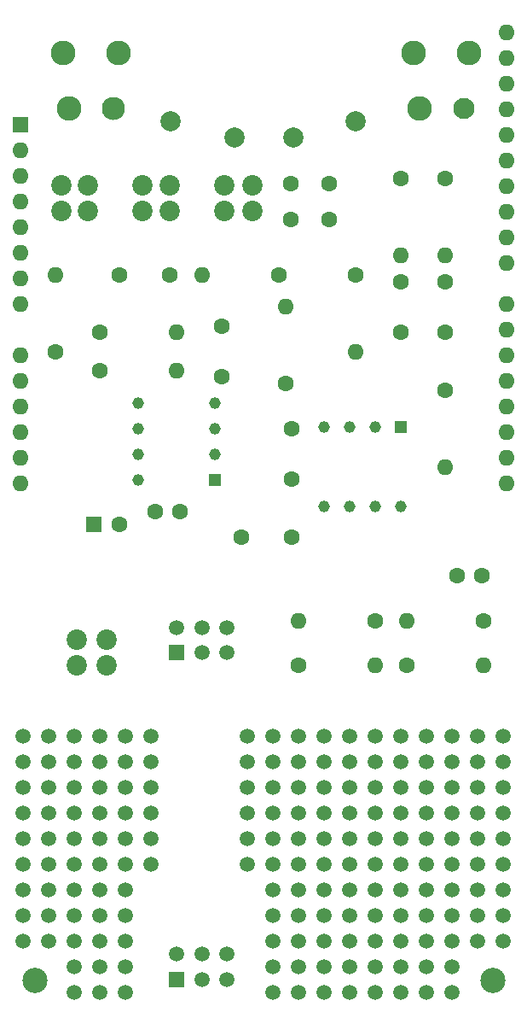
<source format=gbr>
G04 #@! TF.GenerationSoftware,KiCad,Pcbnew,(6.0.5)*
G04 #@! TF.CreationDate,2023-01-24T14:28:26+09:00*
G04 #@! TF.ProjectId,signalprocessing,7369676e-616c-4707-926f-63657373696e,rev?*
G04 #@! TF.SameCoordinates,Original*
G04 #@! TF.FileFunction,Soldermask,Top*
G04 #@! TF.FilePolarity,Negative*
%FSLAX46Y46*%
G04 Gerber Fmt 4.6, Leading zero omitted, Abs format (unit mm)*
G04 Created by KiCad (PCBNEW (6.0.5)) date 2023-01-24 14:28:26*
%MOMM*%
%LPD*%
G01*
G04 APERTURE LIST*
%ADD10C,2.450000*%
%ADD11C,2.100000*%
%ADD12C,1.500000*%
%ADD13R,1.500000X1.500000*%
%ADD14C,1.600000*%
%ADD15C,2.000000*%
%ADD16O,1.600000X1.600000*%
%ADD17R,1.600000X1.600000*%
%ADD18C,2.020000*%
%ADD19C,2.300000*%
%ADD20C,2.500000*%
%ADD21R,1.160000X1.160000*%
%ADD22C,1.160000*%
G04 APERTURE END LIST*
D10*
G04 #@! TO.C,J1*
X119974000Y-87067500D03*
X119424000Y-81567500D03*
X124924000Y-81567500D03*
D11*
X124374000Y-87067500D03*
G04 #@! TD*
D12*
G04 #@! TO.C,RV1*
X100885000Y-138470000D03*
X98385000Y-138470000D03*
X95885000Y-138470000D03*
X100885000Y-140970000D03*
X98385000Y-140970000D03*
D13*
X95885000Y-140970000D03*
G04 #@! TD*
D14*
G04 #@! TO.C,C7*
X107228000Y-94488000D03*
X111038000Y-94488000D03*
G04 #@! TD*
D15*
G04 #@! TO.C,TP4*
X101600000Y-89916000D03*
G04 #@! TD*
D12*
G04 #@! TO.C,REF\u002A\u002A30*
X105410000Y-156845000D03*
G04 #@! TD*
D14*
G04 #@! TO.C,C10*
X96246000Y-127000000D03*
X93746000Y-127000000D03*
G04 #@! TD*
G04 #@! TO.C,C8*
X90210000Y-103505000D03*
X95210000Y-103505000D03*
G04 #@! TD*
D12*
G04 #@! TO.C,REF\u002A\u002A82*
X110490000Y-169545000D03*
G04 #@! TD*
G04 #@! TO.C,REF\u002A\u002A86*
X120650000Y-169545000D03*
G04 #@! TD*
G04 #@! TO.C,REF\u002A\u002A30*
X102870000Y-156845000D03*
G04 #@! TD*
G04 #@! TO.C,REF\u002A\u002A39*
X128270000Y-156845000D03*
G04 #@! TD*
G04 #@! TO.C,REF\u002A\u002A24*
X115570000Y-154305000D03*
G04 #@! TD*
G04 #@! TO.C,REF\u002A\u002A69*
X128270000Y-164465000D03*
G04 #@! TD*
G04 #@! TO.C,REF\u002A\u002A49*
X128270000Y-159385000D03*
G04 #@! TD*
G04 #@! TO.C,REF\u002A\u002A62*
X110490000Y-164465000D03*
G04 #@! TD*
D15*
G04 #@! TO.C,TP1*
X113665000Y-88265000D03*
G04 #@! TD*
D16*
G04 #@! TO.C,U1*
X128655000Y-79485000D03*
X128655000Y-82025000D03*
X128655000Y-84565000D03*
X128655000Y-87105000D03*
X128655000Y-89645000D03*
X128655000Y-92185000D03*
X128655000Y-94725000D03*
X128655000Y-97265000D03*
X128655000Y-99805000D03*
X128655000Y-102345000D03*
X128655000Y-106405000D03*
X128655000Y-108945000D03*
X128655000Y-111485000D03*
X128655000Y-114025000D03*
X128655000Y-116565000D03*
X128655000Y-119105000D03*
X128655000Y-121645000D03*
X128655000Y-124185000D03*
X80395000Y-124185000D03*
X80395000Y-121645000D03*
X80395000Y-119105000D03*
X80395000Y-116565000D03*
X80395000Y-114025000D03*
X80395000Y-111485000D03*
X80395000Y-106405000D03*
X80395000Y-103865000D03*
X80395000Y-101325000D03*
X80395000Y-98785000D03*
X80395000Y-96245000D03*
X80395000Y-93705000D03*
X80395000Y-91165000D03*
D17*
X80395000Y-88625000D03*
G04 #@! TD*
D12*
G04 #@! TO.C,REF\u002A\u002A26*
X120650000Y-154305000D03*
G04 #@! TD*
D14*
G04 #@! TO.C,R12*
X88265000Y-109220000D03*
D16*
X95885000Y-109220000D03*
G04 #@! TD*
D12*
G04 #@! TO.C,REF\u002A\u002A8*
X125730000Y-149225000D03*
G04 #@! TD*
D14*
G04 #@! TO.C,R10*
X83820000Y-111125000D03*
D16*
X83820000Y-103505000D03*
G04 #@! TD*
D14*
G04 #@! TO.C,R1*
X106680000Y-114300000D03*
D16*
X106680000Y-106680000D03*
G04 #@! TD*
D17*
G04 #@! TO.C,C11*
X87694888Y-128270000D03*
D14*
X90194888Y-128270000D03*
G04 #@! TD*
D12*
G04 #@! TO.C,REF\u002A\u002A57*
X123190000Y-161925000D03*
G04 #@! TD*
G04 #@! TO.C,REF\u002A\u002A104*
X115570000Y-174625000D03*
G04 #@! TD*
G04 #@! TO.C,REF\u002A\u002A105*
X118110000Y-174625000D03*
G04 #@! TD*
D14*
G04 #@! TO.C,R3*
X118110000Y-93980000D03*
D16*
X118110000Y-101600000D03*
G04 #@! TD*
D12*
G04 #@! TO.C,REF\u002A\u002A85*
X118110000Y-169545000D03*
G04 #@! TD*
G04 #@! TO.C,REF\u002A\u002A56*
X120650000Y-161925000D03*
G04 #@! TD*
G04 #@! TO.C,REF\u002A\u002A61*
X107950000Y-164465000D03*
G04 #@! TD*
G04 #@! TO.C,REF\u002A\u002A46*
X88265000Y-159385000D03*
G04 #@! TD*
G04 #@! TO.C,REF\u002A\u002A1*
X107950000Y-149225000D03*
G04 #@! TD*
G04 #@! TO.C,REF\u002A\u002A97*
X90805000Y-172085000D03*
G04 #@! TD*
G04 #@! TO.C,REF\u002A\u002A96*
X88265000Y-172085000D03*
G04 #@! TD*
D14*
G04 #@! TO.C,C1*
X107275000Y-129540000D03*
X102275000Y-129540000D03*
G04 #@! TD*
D12*
G04 #@! TO.C,REF\u002A\u002A5*
X85725000Y-149225000D03*
G04 #@! TD*
G04 #@! TO.C,REF\u002A\u002A34*
X115570000Y-156845000D03*
G04 #@! TD*
G04 #@! TO.C,REF\u002A\u002A84*
X115570000Y-169545000D03*
G04 #@! TD*
G04 #@! TO.C,REF\u002A\u002A51*
X107950000Y-161925000D03*
G04 #@! TD*
D18*
G04 #@! TO.C,JP2*
X100585000Y-97155000D03*
X100585000Y-94615000D03*
G04 #@! TD*
D12*
G04 #@! TO.C,REF\u002A\u002A37*
X90805000Y-156845000D03*
G04 #@! TD*
G04 #@! TO.C,REF\u002A\u002A45*
X118110000Y-159385000D03*
G04 #@! TD*
G04 #@! TO.C,REF\u002A\u002A74*
X83185000Y-167005000D03*
G04 #@! TD*
G04 #@! TO.C,REF\u002A\u002A102*
X110490000Y-174625000D03*
G04 #@! TD*
G04 #@! TO.C,REF\u002A\u002A73*
X80645000Y-167005000D03*
G04 #@! TD*
G04 #@! TO.C,REF\u002A\u002A17*
X123190000Y-151765000D03*
G04 #@! TD*
G04 #@! TO.C,REF\u002A\u002A93*
X113030000Y-172085000D03*
G04 #@! TD*
G04 #@! TO.C,REF\u002A\u002A50*
X105410000Y-161925000D03*
G04 #@! TD*
G04 #@! TO.C,REF\u002A\u002A77*
X123190000Y-167005000D03*
G04 #@! TD*
G04 #@! TO.C,REF\u002A\u002A95*
X85725000Y-172085000D03*
G04 #@! TD*
G04 #@! TO.C,REF\u002A\u002A107*
X123190000Y-174625000D03*
G04 #@! TD*
G04 #@! TO.C,REF\u002A\u002A6*
X88265000Y-149225000D03*
G04 #@! TD*
D14*
G04 #@! TO.C,R9*
X115570000Y-137795000D03*
D16*
X107950000Y-137795000D03*
G04 #@! TD*
D12*
G04 #@! TO.C,REF\u002A\u002A15*
X85725000Y-151765000D03*
G04 #@! TD*
G04 #@! TO.C,REF\u002A\u002A3*
X80645000Y-149225000D03*
G04 #@! TD*
G04 #@! TO.C,REF\u002A\u002A106*
X88265000Y-174625000D03*
G04 #@! TD*
G04 #@! TO.C,REF\u002A\u002A92*
X110490000Y-172085000D03*
G04 #@! TD*
G04 #@! TO.C,REF\u002A\u002A33*
X113030000Y-156845000D03*
G04 #@! TD*
G04 #@! TO.C,REF\u002A\u002A55*
X118110000Y-161925000D03*
G04 #@! TD*
G04 #@! TO.C,REF\u002A\u002A48*
X125730000Y-159385000D03*
G04 #@! TD*
G04 #@! TO.C,REF\u002A\u002A38*
X125730000Y-156845000D03*
G04 #@! TD*
G04 #@! TO.C,REF\u002A\u002A74*
X115570000Y-167005000D03*
G04 #@! TD*
D15*
G04 #@! TO.C,TP3*
X95250000Y-88265000D03*
G04 #@! TD*
D12*
G04 #@! TO.C,REF\u002A\u002A57*
X90805000Y-161925000D03*
G04 #@! TD*
G04 #@! TO.C,REF\u002A\u002A27*
X123190000Y-154305000D03*
G04 #@! TD*
G04 #@! TO.C,REF\u002A\u002A19*
X128270000Y-151765000D03*
G04 #@! TD*
G04 #@! TO.C,REF\u002A\u002A28*
X125730000Y-154305000D03*
G04 #@! TD*
G04 #@! TO.C,REF\u002A\u002A42*
X110490000Y-159385000D03*
G04 #@! TD*
G04 #@! TO.C,REF\u002A\u002A91*
X107950000Y-172085000D03*
G04 #@! TD*
G04 #@! TO.C,REF\u002A\u002A55*
X85725000Y-161925000D03*
G04 #@! TD*
G04 #@! TO.C,REF\u002A\u002A35*
X118110000Y-156845000D03*
G04 #@! TD*
G04 #@! TO.C,REF\u002A\u002A73*
X113030000Y-167005000D03*
G04 #@! TD*
G04 #@! TO.C,REF\u002A\u002A97*
X123190000Y-172085000D03*
G04 #@! TD*
D10*
G04 #@! TO.C,J2*
X85176000Y-87067500D03*
X84626000Y-81567500D03*
X90126000Y-81567500D03*
D19*
X89576000Y-87067500D03*
G04 #@! TD*
D14*
G04 #@! TO.C,R6*
X118745000Y-142240000D03*
D16*
X126365000Y-142240000D03*
G04 #@! TD*
D12*
G04 #@! TO.C,REF\u002A\u002A79*
X128270000Y-167005000D03*
G04 #@! TD*
G04 #@! TO.C,REF\u002A\u002A20*
X105410000Y-154305000D03*
G04 #@! TD*
D18*
G04 #@! TO.C,JP3*
X95195000Y-97152500D03*
X95195000Y-94612500D03*
G04 #@! TD*
D12*
G04 #@! TO.C,REF\u002A\u002A70*
X105410000Y-167005000D03*
G04 #@! TD*
G04 #@! TO.C,REF\u002A\u002A34*
X83185000Y-156845000D03*
G04 #@! TD*
G04 #@! TO.C,REF\u002A\u002A50*
X93345000Y-161925000D03*
G04 #@! TD*
G04 #@! TO.C,REF\u002A\u002A76*
X120650000Y-167005000D03*
G04 #@! TD*
G04 #@! TO.C,REF\u002A\u002A6*
X120650000Y-149225000D03*
G04 #@! TD*
G04 #@! TO.C,REF\u002A\u002A25*
X118110000Y-154305000D03*
G04 #@! TD*
G04 #@! TO.C,REF\u002A\u002A40*
X102870000Y-159385000D03*
G04 #@! TD*
D18*
G04 #@! TO.C,JP1*
X88900000Y-142240000D03*
X88900000Y-139700000D03*
G04 #@! TD*
D12*
G04 #@! TO.C,REF\u002A\u002A36*
X120650000Y-156845000D03*
G04 #@! TD*
G04 #@! TO.C,REF\u002A\u002A44*
X83185000Y-159385000D03*
G04 #@! TD*
G04 #@! TO.C,REF\u002A\u002A24*
X83185000Y-154305000D03*
G04 #@! TD*
G04 #@! TO.C,REF\u002A\u002A88*
X125730000Y-169545000D03*
G04 #@! TD*
G04 #@! TO.C,REF\u002A\u002A31*
X107950000Y-156845000D03*
G04 #@! TD*
G04 #@! TO.C,REF\u002A\u002A87*
X123190000Y-169545000D03*
G04 #@! TD*
D20*
G04 #@! TO.C,REF\u002A\u002A*
X127254000Y-173482000D03*
G04 #@! TD*
D12*
G04 #@! TO.C,REF\u002A\u002A4*
X83185000Y-149225000D03*
G04 #@! TD*
D14*
G04 #@! TO.C,R7*
X126365000Y-137795000D03*
D16*
X118745000Y-137795000D03*
G04 #@! TD*
D12*
G04 #@! TO.C,REF\u002A\u002A18*
X125730000Y-151765000D03*
G04 #@! TD*
G04 #@! TO.C,REF\u002A\u002A11*
X107950000Y-151765000D03*
G04 #@! TD*
G04 #@! TO.C,REF\u002A\u002A7*
X123190000Y-149225000D03*
G04 #@! TD*
G04 #@! TO.C,REF\u002A\u002A26*
X88265000Y-154305000D03*
G04 #@! TD*
G04 #@! TO.C,REF\u002A\u002A16*
X88265000Y-151765000D03*
G04 #@! TD*
G04 #@! TO.C,REF\u002A\u002A50*
X102870000Y-161925000D03*
G04 #@! TD*
G04 #@! TO.C,REF\u002A\u002A*
X102870000Y-149225000D03*
G04 #@! TD*
G04 #@! TO.C,REF\u002A\u002A40*
X93345000Y-159385000D03*
G04 #@! TD*
D14*
G04 #@! TO.C,R8*
X107950000Y-142240000D03*
D16*
X115570000Y-142240000D03*
G04 #@! TD*
D12*
G04 #@! TO.C,REF\u002A\u002A40*
X105410000Y-159385000D03*
G04 #@! TD*
D14*
G04 #@! TO.C,R13*
X88265000Y-113030000D03*
D16*
X95885000Y-113030000D03*
G04 #@! TD*
D12*
G04 #@! TO.C,REF\u002A\u002A46*
X120650000Y-159385000D03*
G04 #@! TD*
D14*
G04 #@! TO.C,R11*
X106045000Y-103505000D03*
D16*
X98425000Y-103505000D03*
G04 #@! TD*
D12*
G04 #@! TO.C,REF\u002A\u002A94*
X115570000Y-172085000D03*
G04 #@! TD*
G04 #@! TO.C,REF\u002A\u002A95*
X118110000Y-172085000D03*
G04 #@! TD*
G04 #@! TO.C,REF\u002A\u002A15*
X118110000Y-151765000D03*
G04 #@! TD*
G04 #@! TO.C,REF\u002A\u002A47*
X90805000Y-159385000D03*
G04 #@! TD*
G04 #@! TO.C,REF\u002A\u002A43*
X80645000Y-159385000D03*
G04 #@! TD*
G04 #@! TO.C,REF\u002A\u002A14*
X83185000Y-151765000D03*
G04 #@! TD*
G04 #@! TO.C,REF\u002A\u002A53*
X113030000Y-161925000D03*
G04 #@! TD*
G04 #@! TO.C,REF\u002A\u002A21*
X107950000Y-154305000D03*
G04 #@! TD*
D18*
G04 #@! TO.C,JP11*
X85993500Y-139700000D03*
X85993500Y-142240000D03*
G04 #@! TD*
D12*
G04 #@! TO.C,REF\u002A\u002A77*
X90805000Y-167005000D03*
G04 #@! TD*
G04 #@! TO.C,REF\u002A\u002A64*
X115570000Y-164465000D03*
G04 #@! TD*
G04 #@! TO.C,REF\u002A\u002A58*
X125730000Y-161925000D03*
G04 #@! TD*
G04 #@! TO.C,REF\u002A\u002A37*
X123190000Y-156845000D03*
G04 #@! TD*
G04 #@! TO.C,REF\u002A\u002A80*
X105410000Y-169545000D03*
G04 #@! TD*
G04 #@! TO.C,REF\u002A\u002A29*
X128270000Y-154305000D03*
G04 #@! TD*
G04 #@! TO.C,REF\u002A\u002A44*
X115570000Y-159385000D03*
G04 #@! TD*
G04 #@! TO.C,REF\u002A\u002A90*
X105410000Y-172085000D03*
G04 #@! TD*
G04 #@! TO.C,REF\u002A\u002A65*
X118110000Y-164465000D03*
G04 #@! TD*
G04 #@! TO.C,REF\u002A\u002A10*
X102870000Y-151765000D03*
G04 #@! TD*
D18*
G04 #@! TO.C,JP12*
X103374000Y-97155000D03*
X103374000Y-94615000D03*
G04 #@! TD*
D12*
G04 #@! TO.C,REF\u002A\u002A13*
X113030000Y-151765000D03*
G04 #@! TD*
G04 #@! TO.C,REF\u002A\u002A75*
X118110000Y-167005000D03*
G04 #@! TD*
G04 #@! TO.C,REF\u002A\u002A67*
X123190000Y-164465000D03*
G04 #@! TD*
G04 #@! TO.C,REF\u002A\u002A84*
X83185000Y-169545000D03*
G04 #@! TD*
G04 #@! TO.C,REF\u002A\u002A59*
X128270000Y-161925000D03*
G04 #@! TD*
G04 #@! TO.C,REF\u002A\u002A100*
X105410000Y-174625000D03*
G04 #@! TD*
G04 #@! TO.C,REF\u002A\u002A14*
X115570000Y-151765000D03*
G04 #@! TD*
G04 #@! TO.C,REF\u002A\u002A107*
X90805000Y-174625000D03*
G04 #@! TD*
G04 #@! TO.C,REF\u002A\u002A4*
X115570000Y-149225000D03*
G04 #@! TD*
G04 #@! TO.C,REF\u002A\u002A54*
X115570000Y-161925000D03*
G04 #@! TD*
G04 #@! TO.C,REF\u002A\u002A36*
X88265000Y-156845000D03*
G04 #@! TD*
G04 #@! TO.C,REF\u002A\u002A63*
X80645000Y-164465000D03*
G04 #@! TD*
G04 #@! TO.C,REF\u002A\u002A52*
X110490000Y-161925000D03*
G04 #@! TD*
G04 #@! TO.C,REF\u002A\u002A45*
X85725000Y-159385000D03*
G04 #@! TD*
G04 #@! TO.C,REF\u002A\u002A65*
X85725000Y-164465000D03*
G04 #@! TD*
G04 #@! TO.C,REF\u002A\u002A47*
X123190000Y-159385000D03*
G04 #@! TD*
D14*
G04 #@! TO.C,C6*
X107228000Y-98044000D03*
X111038000Y-98044000D03*
G04 #@! TD*
D15*
G04 #@! TO.C,TP2*
X107442000Y-89916000D03*
G04 #@! TD*
D14*
G04 #@! TO.C,C3*
X122555000Y-104180000D03*
X122555000Y-109180000D03*
G04 #@! TD*
D12*
G04 #@! TO.C,REF\u002A\u002A53*
X80645000Y-161925000D03*
G04 #@! TD*
G04 #@! TO.C,REF\u002A\u002A23*
X80645000Y-154305000D03*
G04 #@! TD*
G04 #@! TO.C,RV1*
X100885000Y-170855000D03*
X98385000Y-170855000D03*
X95885000Y-170855000D03*
X100885000Y-173355000D03*
X98385000Y-173355000D03*
D13*
X95885000Y-173355000D03*
G04 #@! TD*
D12*
G04 #@! TO.C,REF\u002A\u002A16*
X120650000Y-151765000D03*
G04 #@! TD*
G04 #@! TO.C,REF\u002A\u002A63*
X113030000Y-164465000D03*
G04 #@! TD*
G04 #@! TO.C,REF\u002A\u002A87*
X90805000Y-169545000D03*
G04 #@! TD*
G04 #@! TO.C,REF\u002A\u002A27*
X90805000Y-154305000D03*
G04 #@! TD*
G04 #@! TO.C,REF\u002A\u002A20*
X102870000Y-154305000D03*
G04 #@! TD*
G04 #@! TO.C,REF\u002A\u002A60*
X105410000Y-164465000D03*
G04 #@! TD*
G04 #@! TO.C,REF\u002A\u002A12*
X110490000Y-151765000D03*
G04 #@! TD*
G04 #@! TO.C,REF\u002A\u002A66*
X88265000Y-164465000D03*
G04 #@! TD*
G04 #@! TO.C,REF\u002A\u002A10*
X105410000Y-151765000D03*
G04 #@! TD*
G04 #@! TO.C,REF\u002A\u002A81*
X107950000Y-169545000D03*
G04 #@! TD*
G04 #@! TO.C,REF\u002A\u002A5*
X118110000Y-149225000D03*
G04 #@! TD*
D14*
G04 #@! TO.C,C9*
X100330000Y-113625000D03*
X100330000Y-108625000D03*
G04 #@! TD*
D12*
G04 #@! TO.C,REF\u002A\u002A66*
X120650000Y-164465000D03*
G04 #@! TD*
G04 #@! TO.C,REF\u002A\u002A13*
X80645000Y-151765000D03*
G04 #@! TD*
G04 #@! TO.C,REF\u002A\u002A17*
X90805000Y-151765000D03*
G04 #@! TD*
G04 #@! TO.C,REF\u002A\u002A20*
X93345000Y-154305000D03*
G04 #@! TD*
G04 #@! TO.C,REF\u002A\u002A23*
X113030000Y-154305000D03*
G04 #@! TD*
D21*
G04 #@! TO.C,IC2*
X99695000Y-123825000D03*
D22*
X99695000Y-121285000D03*
X99695000Y-118745000D03*
X99695000Y-116205000D03*
X92075000Y-116205000D03*
X92075000Y-118745000D03*
X92075000Y-121285000D03*
X92075000Y-123825000D03*
G04 #@! TD*
D12*
G04 #@! TO.C,REF\u002A\u002A83*
X80645000Y-169545000D03*
G04 #@! TD*
D14*
G04 #@! TO.C,R2*
X113665000Y-103505000D03*
D16*
X113665000Y-111125000D03*
G04 #@! TD*
D14*
G04 #@! TO.C,C4*
X107315000Y-118785000D03*
X107315000Y-123785000D03*
G04 #@! TD*
D12*
G04 #@! TO.C,REF\u002A\u002A85*
X85725000Y-169545000D03*
G04 #@! TD*
G04 #@! TO.C,REF\u002A\u002A68*
X125730000Y-164465000D03*
G04 #@! TD*
G04 #@! TO.C,REF\u002A\u002A67*
X90805000Y-164465000D03*
G04 #@! TD*
G04 #@! TO.C,REF\u002A\u002A30*
X93345000Y-156845000D03*
G04 #@! TD*
G04 #@! TO.C,REF\u002A\u002A22*
X110490000Y-154305000D03*
G04 #@! TD*
G04 #@! TO.C,REF\u002A\u002A3*
X113030000Y-149225000D03*
G04 #@! TD*
G04 #@! TO.C,REF\u002A\u002A25*
X85725000Y-154305000D03*
G04 #@! TD*
G04 #@! TO.C,REF\u002A\u002A54*
X83185000Y-161925000D03*
G04 #@! TD*
D14*
G04 #@! TO.C,C5*
X123718000Y-133350000D03*
X126218000Y-133350000D03*
G04 #@! TD*
D20*
G04 #@! TO.C,REF\u002A\u002A*
X81788000Y-173482000D03*
G04 #@! TD*
D12*
G04 #@! TO.C,REF\u002A\u002A89*
X128270000Y-169545000D03*
G04 #@! TD*
G04 #@! TO.C,REF\u002A\u002A2*
X110490000Y-149225000D03*
G04 #@! TD*
D18*
G04 #@! TO.C,JP14*
X84455000Y-94615000D03*
X84455000Y-97155000D03*
G04 #@! TD*
D12*
G04 #@! TO.C,REF\u002A\u002A76*
X88265000Y-167005000D03*
G04 #@! TD*
G04 #@! TO.C,REF\u002A\u002A10*
X93345000Y-151765000D03*
G04 #@! TD*
G04 #@! TO.C,REF\u002A\u002A35*
X85725000Y-156845000D03*
G04 #@! TD*
G04 #@! TO.C,REF\u002A\u002A75*
X85725000Y-167005000D03*
G04 #@! TD*
D14*
G04 #@! TO.C,R5*
X122555000Y-114935000D03*
D16*
X122555000Y-122555000D03*
G04 #@! TD*
D14*
G04 #@! TO.C,C2*
X118110000Y-104180000D03*
X118110000Y-109180000D03*
G04 #@! TD*
D12*
G04 #@! TO.C,REF\u002A\u002A32*
X110490000Y-156845000D03*
G04 #@! TD*
G04 #@! TO.C,REF\u002A\u002A64*
X83185000Y-164465000D03*
G04 #@! TD*
G04 #@! TO.C,REF\u002A\u002A43*
X113030000Y-159385000D03*
G04 #@! TD*
G04 #@! TO.C,REF\u002A\u002A105*
X85725000Y-174625000D03*
G04 #@! TD*
G04 #@! TO.C,REF\u002A\u002A9*
X128270000Y-149225000D03*
G04 #@! TD*
G04 #@! TO.C,REF\u002A\u002A7*
X90805000Y-149225000D03*
G04 #@! TD*
D21*
G04 #@! TO.C,IC1*
X118110000Y-118585000D03*
D22*
X115570000Y-118585000D03*
X113030000Y-118585000D03*
X110490000Y-118585000D03*
X110490000Y-126525000D03*
X113030000Y-126525000D03*
X115570000Y-126525000D03*
X118110000Y-126525000D03*
G04 #@! TD*
D12*
G04 #@! TO.C,REF\u002A\u002A106*
X120650000Y-174625000D03*
G04 #@! TD*
G04 #@! TO.C,REF\u002A\u002A103*
X113030000Y-174625000D03*
G04 #@! TD*
D18*
G04 #@! TO.C,JP4*
X87067000Y-97155000D03*
X87067000Y-94615000D03*
G04 #@! TD*
G04 #@! TO.C,JP13*
X92511000Y-94620000D03*
X92511000Y-97160000D03*
G04 #@! TD*
D12*
G04 #@! TO.C,REF\u002A\u002A86*
X88265000Y-169545000D03*
G04 #@! TD*
G04 #@! TO.C,REF\u002A\u002A*
X93345000Y-149225000D03*
G04 #@! TD*
G04 #@! TO.C,REF\u002A\u002A72*
X110490000Y-167005000D03*
G04 #@! TD*
G04 #@! TO.C,REF\u002A\u002A33*
X80645000Y-156845000D03*
G04 #@! TD*
G04 #@! TO.C,REF\u002A\u002A56*
X88265000Y-161925000D03*
G04 #@! TD*
G04 #@! TO.C,REF\u002A\u002A*
X105410000Y-149225000D03*
G04 #@! TD*
G04 #@! TO.C,REF\u002A\u002A101*
X107950000Y-174625000D03*
G04 #@! TD*
G04 #@! TO.C,REF\u002A\u002A41*
X107950000Y-159385000D03*
G04 #@! TD*
G04 #@! TO.C,REF\u002A\u002A96*
X120650000Y-172085000D03*
G04 #@! TD*
G04 #@! TO.C,REF\u002A\u002A71*
X107950000Y-167005000D03*
G04 #@! TD*
G04 #@! TO.C,REF\u002A\u002A78*
X125730000Y-167005000D03*
G04 #@! TD*
G04 #@! TO.C,REF\u002A\u002A83*
X113030000Y-169545000D03*
G04 #@! TD*
D14*
G04 #@! TO.C,R4*
X122555000Y-93980000D03*
D16*
X122555000Y-101600000D03*
G04 #@! TD*
M02*

</source>
